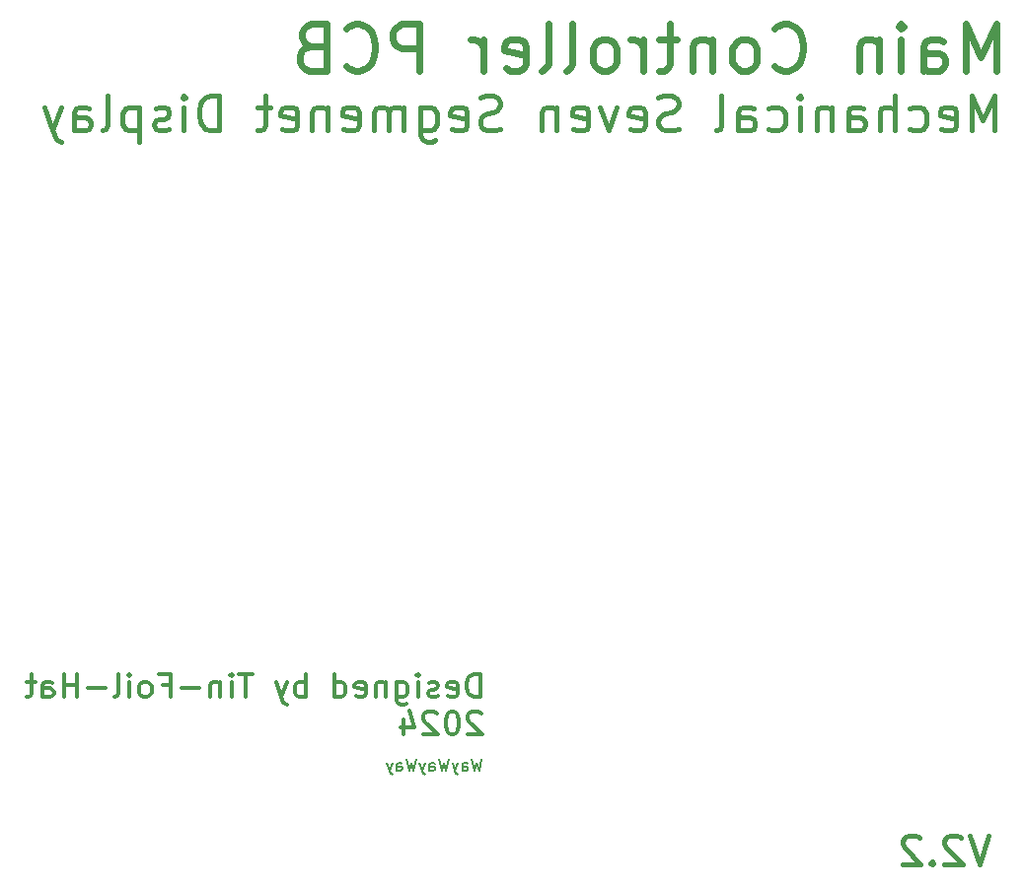
<source format=gbr>
%TF.GenerationSoftware,KiCad,Pcbnew,8.0.3*%
%TF.CreationDate,2024-07-07T19:39:03+08:00*%
%TF.ProjectId,V2.2 Mechanical Seven Segment Controller,56322e32-204d-4656-9368-616e6963616c,4*%
%TF.SameCoordinates,Original*%
%TF.FileFunction,Legend,Bot*%
%TF.FilePolarity,Positive*%
%FSLAX46Y46*%
G04 Gerber Fmt 4.6, Leading zero omitted, Abs format (unit mm)*
G04 Created by KiCad (PCBNEW 8.0.3) date 2024-07-07 19:39:03*
%MOMM*%
%LPD*%
G01*
G04 APERTURE LIST*
%ADD10C,0.200000*%
%ADD11C,0.600000*%
%ADD12C,0.450000*%
%ADD13C,0.300000*%
%ADD14C,0.400000*%
G04 APERTURE END LIST*
D10*
X104975564Y-124117219D02*
X104737469Y-125117219D01*
X104737469Y-125117219D02*
X104546993Y-124402933D01*
X104546993Y-124402933D02*
X104356517Y-125117219D01*
X104356517Y-125117219D02*
X104118422Y-124117219D01*
X103308898Y-125117219D02*
X103308898Y-124593409D01*
X103308898Y-124593409D02*
X103356517Y-124498171D01*
X103356517Y-124498171D02*
X103451755Y-124450552D01*
X103451755Y-124450552D02*
X103642231Y-124450552D01*
X103642231Y-124450552D02*
X103737469Y-124498171D01*
X103308898Y-125069600D02*
X103404136Y-125117219D01*
X103404136Y-125117219D02*
X103642231Y-125117219D01*
X103642231Y-125117219D02*
X103737469Y-125069600D01*
X103737469Y-125069600D02*
X103785088Y-124974361D01*
X103785088Y-124974361D02*
X103785088Y-124879123D01*
X103785088Y-124879123D02*
X103737469Y-124783885D01*
X103737469Y-124783885D02*
X103642231Y-124736266D01*
X103642231Y-124736266D02*
X103404136Y-124736266D01*
X103404136Y-124736266D02*
X103308898Y-124688647D01*
X102927945Y-124450552D02*
X102689850Y-125117219D01*
X102451755Y-124450552D02*
X102689850Y-125117219D01*
X102689850Y-125117219D02*
X102785088Y-125355314D01*
X102785088Y-125355314D02*
X102832707Y-125402933D01*
X102832707Y-125402933D02*
X102927945Y-125450552D01*
X102166040Y-124117219D02*
X101927945Y-125117219D01*
X101927945Y-125117219D02*
X101737469Y-124402933D01*
X101737469Y-124402933D02*
X101546993Y-125117219D01*
X101546993Y-125117219D02*
X101308898Y-124117219D01*
X100499374Y-125117219D02*
X100499374Y-124593409D01*
X100499374Y-124593409D02*
X100546993Y-124498171D01*
X100546993Y-124498171D02*
X100642231Y-124450552D01*
X100642231Y-124450552D02*
X100832707Y-124450552D01*
X100832707Y-124450552D02*
X100927945Y-124498171D01*
X100499374Y-125069600D02*
X100594612Y-125117219D01*
X100594612Y-125117219D02*
X100832707Y-125117219D01*
X100832707Y-125117219D02*
X100927945Y-125069600D01*
X100927945Y-125069600D02*
X100975564Y-124974361D01*
X100975564Y-124974361D02*
X100975564Y-124879123D01*
X100975564Y-124879123D02*
X100927945Y-124783885D01*
X100927945Y-124783885D02*
X100832707Y-124736266D01*
X100832707Y-124736266D02*
X100594612Y-124736266D01*
X100594612Y-124736266D02*
X100499374Y-124688647D01*
X100118421Y-124450552D02*
X99880326Y-125117219D01*
X99642231Y-124450552D02*
X99880326Y-125117219D01*
X99880326Y-125117219D02*
X99975564Y-125355314D01*
X99975564Y-125355314D02*
X100023183Y-125402933D01*
X100023183Y-125402933D02*
X100118421Y-125450552D01*
X99356516Y-124117219D02*
X99118421Y-125117219D01*
X99118421Y-125117219D02*
X98927945Y-124402933D01*
X98927945Y-124402933D02*
X98737469Y-125117219D01*
X98737469Y-125117219D02*
X98499374Y-124117219D01*
X97689850Y-125117219D02*
X97689850Y-124593409D01*
X97689850Y-124593409D02*
X97737469Y-124498171D01*
X97737469Y-124498171D02*
X97832707Y-124450552D01*
X97832707Y-124450552D02*
X98023183Y-124450552D01*
X98023183Y-124450552D02*
X98118421Y-124498171D01*
X97689850Y-125069600D02*
X97785088Y-125117219D01*
X97785088Y-125117219D02*
X98023183Y-125117219D01*
X98023183Y-125117219D02*
X98118421Y-125069600D01*
X98118421Y-125069600D02*
X98166040Y-124974361D01*
X98166040Y-124974361D02*
X98166040Y-124879123D01*
X98166040Y-124879123D02*
X98118421Y-124783885D01*
X98118421Y-124783885D02*
X98023183Y-124736266D01*
X98023183Y-124736266D02*
X97785088Y-124736266D01*
X97785088Y-124736266D02*
X97689850Y-124688647D01*
X97308897Y-124450552D02*
X97070802Y-125117219D01*
X96832707Y-124450552D02*
X97070802Y-125117219D01*
X97070802Y-125117219D02*
X97166040Y-125355314D01*
X97166040Y-125355314D02*
X97213659Y-125402933D01*
X97213659Y-125402933D02*
X97308897Y-125450552D01*
D11*
X149152883Y-64979276D02*
X149152883Y-60979276D01*
X149152883Y-60979276D02*
X147819549Y-63836419D01*
X147819549Y-63836419D02*
X146486216Y-60979276D01*
X146486216Y-60979276D02*
X146486216Y-64979276D01*
X142867168Y-64979276D02*
X142867168Y-62884038D01*
X142867168Y-62884038D02*
X143057644Y-62503085D01*
X143057644Y-62503085D02*
X143438596Y-62312609D01*
X143438596Y-62312609D02*
X144200501Y-62312609D01*
X144200501Y-62312609D02*
X144581454Y-62503085D01*
X142867168Y-64788800D02*
X143248120Y-64979276D01*
X143248120Y-64979276D02*
X144200501Y-64979276D01*
X144200501Y-64979276D02*
X144581454Y-64788800D01*
X144581454Y-64788800D02*
X144771930Y-64407847D01*
X144771930Y-64407847D02*
X144771930Y-64026895D01*
X144771930Y-64026895D02*
X144581454Y-63645942D01*
X144581454Y-63645942D02*
X144200501Y-63455466D01*
X144200501Y-63455466D02*
X143248120Y-63455466D01*
X143248120Y-63455466D02*
X142867168Y-63264990D01*
X140962406Y-64979276D02*
X140962406Y-62312609D01*
X140962406Y-60979276D02*
X141152882Y-61169752D01*
X141152882Y-61169752D02*
X140962406Y-61360228D01*
X140962406Y-61360228D02*
X140771929Y-61169752D01*
X140771929Y-61169752D02*
X140962406Y-60979276D01*
X140962406Y-60979276D02*
X140962406Y-61360228D01*
X139057644Y-62312609D02*
X139057644Y-64979276D01*
X139057644Y-62693561D02*
X138867167Y-62503085D01*
X138867167Y-62503085D02*
X138486215Y-62312609D01*
X138486215Y-62312609D02*
X137914786Y-62312609D01*
X137914786Y-62312609D02*
X137533834Y-62503085D01*
X137533834Y-62503085D02*
X137343358Y-62884038D01*
X137343358Y-62884038D02*
X137343358Y-64979276D01*
X130105262Y-64598323D02*
X130295738Y-64788800D01*
X130295738Y-64788800D02*
X130867167Y-64979276D01*
X130867167Y-64979276D02*
X131248119Y-64979276D01*
X131248119Y-64979276D02*
X131819548Y-64788800D01*
X131819548Y-64788800D02*
X132200500Y-64407847D01*
X132200500Y-64407847D02*
X132390977Y-64026895D01*
X132390977Y-64026895D02*
X132581453Y-63264990D01*
X132581453Y-63264990D02*
X132581453Y-62693561D01*
X132581453Y-62693561D02*
X132390977Y-61931657D01*
X132390977Y-61931657D02*
X132200500Y-61550704D01*
X132200500Y-61550704D02*
X131819548Y-61169752D01*
X131819548Y-61169752D02*
X131248119Y-60979276D01*
X131248119Y-60979276D02*
X130867167Y-60979276D01*
X130867167Y-60979276D02*
X130295738Y-61169752D01*
X130295738Y-61169752D02*
X130105262Y-61360228D01*
X127819548Y-64979276D02*
X128200500Y-64788800D01*
X128200500Y-64788800D02*
X128390977Y-64598323D01*
X128390977Y-64598323D02*
X128581453Y-64217371D01*
X128581453Y-64217371D02*
X128581453Y-63074514D01*
X128581453Y-63074514D02*
X128390977Y-62693561D01*
X128390977Y-62693561D02*
X128200500Y-62503085D01*
X128200500Y-62503085D02*
X127819548Y-62312609D01*
X127819548Y-62312609D02*
X127248119Y-62312609D01*
X127248119Y-62312609D02*
X126867167Y-62503085D01*
X126867167Y-62503085D02*
X126676691Y-62693561D01*
X126676691Y-62693561D02*
X126486215Y-63074514D01*
X126486215Y-63074514D02*
X126486215Y-64217371D01*
X126486215Y-64217371D02*
X126676691Y-64598323D01*
X126676691Y-64598323D02*
X126867167Y-64788800D01*
X126867167Y-64788800D02*
X127248119Y-64979276D01*
X127248119Y-64979276D02*
X127819548Y-64979276D01*
X124771929Y-62312609D02*
X124771929Y-64979276D01*
X124771929Y-62693561D02*
X124581452Y-62503085D01*
X124581452Y-62503085D02*
X124200500Y-62312609D01*
X124200500Y-62312609D02*
X123629071Y-62312609D01*
X123629071Y-62312609D02*
X123248119Y-62503085D01*
X123248119Y-62503085D02*
X123057643Y-62884038D01*
X123057643Y-62884038D02*
X123057643Y-64979276D01*
X121724309Y-62312609D02*
X120200500Y-62312609D01*
X121152881Y-60979276D02*
X121152881Y-64407847D01*
X121152881Y-64407847D02*
X120962404Y-64788800D01*
X120962404Y-64788800D02*
X120581452Y-64979276D01*
X120581452Y-64979276D02*
X120200500Y-64979276D01*
X118867167Y-64979276D02*
X118867167Y-62312609D01*
X118867167Y-63074514D02*
X118676690Y-62693561D01*
X118676690Y-62693561D02*
X118486214Y-62503085D01*
X118486214Y-62503085D02*
X118105262Y-62312609D01*
X118105262Y-62312609D02*
X117724309Y-62312609D01*
X115819548Y-64979276D02*
X116200500Y-64788800D01*
X116200500Y-64788800D02*
X116390977Y-64598323D01*
X116390977Y-64598323D02*
X116581453Y-64217371D01*
X116581453Y-64217371D02*
X116581453Y-63074514D01*
X116581453Y-63074514D02*
X116390977Y-62693561D01*
X116390977Y-62693561D02*
X116200500Y-62503085D01*
X116200500Y-62503085D02*
X115819548Y-62312609D01*
X115819548Y-62312609D02*
X115248119Y-62312609D01*
X115248119Y-62312609D02*
X114867167Y-62503085D01*
X114867167Y-62503085D02*
X114676691Y-62693561D01*
X114676691Y-62693561D02*
X114486215Y-63074514D01*
X114486215Y-63074514D02*
X114486215Y-64217371D01*
X114486215Y-64217371D02*
X114676691Y-64598323D01*
X114676691Y-64598323D02*
X114867167Y-64788800D01*
X114867167Y-64788800D02*
X115248119Y-64979276D01*
X115248119Y-64979276D02*
X115819548Y-64979276D01*
X112200500Y-64979276D02*
X112581452Y-64788800D01*
X112581452Y-64788800D02*
X112771929Y-64407847D01*
X112771929Y-64407847D02*
X112771929Y-60979276D01*
X110105262Y-64979276D02*
X110486214Y-64788800D01*
X110486214Y-64788800D02*
X110676691Y-64407847D01*
X110676691Y-64407847D02*
X110676691Y-60979276D01*
X107057643Y-64788800D02*
X107438595Y-64979276D01*
X107438595Y-64979276D02*
X108200500Y-64979276D01*
X108200500Y-64979276D02*
X108581453Y-64788800D01*
X108581453Y-64788800D02*
X108771929Y-64407847D01*
X108771929Y-64407847D02*
X108771929Y-62884038D01*
X108771929Y-62884038D02*
X108581453Y-62503085D01*
X108581453Y-62503085D02*
X108200500Y-62312609D01*
X108200500Y-62312609D02*
X107438595Y-62312609D01*
X107438595Y-62312609D02*
X107057643Y-62503085D01*
X107057643Y-62503085D02*
X106867167Y-62884038D01*
X106867167Y-62884038D02*
X106867167Y-63264990D01*
X106867167Y-63264990D02*
X108771929Y-63645942D01*
X105152882Y-64979276D02*
X105152882Y-62312609D01*
X105152882Y-63074514D02*
X104962405Y-62693561D01*
X104962405Y-62693561D02*
X104771929Y-62503085D01*
X104771929Y-62503085D02*
X104390977Y-62312609D01*
X104390977Y-62312609D02*
X104010024Y-62312609D01*
X99629073Y-64979276D02*
X99629073Y-60979276D01*
X99629073Y-60979276D02*
X98105263Y-60979276D01*
X98105263Y-60979276D02*
X97724311Y-61169752D01*
X97724311Y-61169752D02*
X97533834Y-61360228D01*
X97533834Y-61360228D02*
X97343358Y-61741180D01*
X97343358Y-61741180D02*
X97343358Y-62312609D01*
X97343358Y-62312609D02*
X97533834Y-62693561D01*
X97533834Y-62693561D02*
X97724311Y-62884038D01*
X97724311Y-62884038D02*
X98105263Y-63074514D01*
X98105263Y-63074514D02*
X99629073Y-63074514D01*
X93343358Y-64598323D02*
X93533834Y-64788800D01*
X93533834Y-64788800D02*
X94105263Y-64979276D01*
X94105263Y-64979276D02*
X94486215Y-64979276D01*
X94486215Y-64979276D02*
X95057644Y-64788800D01*
X95057644Y-64788800D02*
X95438596Y-64407847D01*
X95438596Y-64407847D02*
X95629073Y-64026895D01*
X95629073Y-64026895D02*
X95819549Y-63264990D01*
X95819549Y-63264990D02*
X95819549Y-62693561D01*
X95819549Y-62693561D02*
X95629073Y-61931657D01*
X95629073Y-61931657D02*
X95438596Y-61550704D01*
X95438596Y-61550704D02*
X95057644Y-61169752D01*
X95057644Y-61169752D02*
X94486215Y-60979276D01*
X94486215Y-60979276D02*
X94105263Y-60979276D01*
X94105263Y-60979276D02*
X93533834Y-61169752D01*
X93533834Y-61169752D02*
X93343358Y-61360228D01*
X90295739Y-62884038D02*
X89724311Y-63074514D01*
X89724311Y-63074514D02*
X89533834Y-63264990D01*
X89533834Y-63264990D02*
X89343358Y-63645942D01*
X89343358Y-63645942D02*
X89343358Y-64217371D01*
X89343358Y-64217371D02*
X89533834Y-64598323D01*
X89533834Y-64598323D02*
X89724311Y-64788800D01*
X89724311Y-64788800D02*
X90105263Y-64979276D01*
X90105263Y-64979276D02*
X91629073Y-64979276D01*
X91629073Y-64979276D02*
X91629073Y-60979276D01*
X91629073Y-60979276D02*
X90295739Y-60979276D01*
X90295739Y-60979276D02*
X89914787Y-61169752D01*
X89914787Y-61169752D02*
X89724311Y-61360228D01*
X89724311Y-61360228D02*
X89533834Y-61741180D01*
X89533834Y-61741180D02*
X89533834Y-62122133D01*
X89533834Y-62122133D02*
X89724311Y-62503085D01*
X89724311Y-62503085D02*
X89914787Y-62693561D01*
X89914787Y-62693561D02*
X90295739Y-62884038D01*
X90295739Y-62884038D02*
X91629073Y-62884038D01*
D12*
X148989662Y-70109457D02*
X148989662Y-67109457D01*
X148989662Y-67109457D02*
X147989662Y-69252314D01*
X147989662Y-69252314D02*
X146989662Y-67109457D01*
X146989662Y-67109457D02*
X146989662Y-70109457D01*
X144418234Y-69966600D02*
X144703948Y-70109457D01*
X144703948Y-70109457D02*
X145275377Y-70109457D01*
X145275377Y-70109457D02*
X145561091Y-69966600D01*
X145561091Y-69966600D02*
X145703948Y-69680885D01*
X145703948Y-69680885D02*
X145703948Y-68538028D01*
X145703948Y-68538028D02*
X145561091Y-68252314D01*
X145561091Y-68252314D02*
X145275377Y-68109457D01*
X145275377Y-68109457D02*
X144703948Y-68109457D01*
X144703948Y-68109457D02*
X144418234Y-68252314D01*
X144418234Y-68252314D02*
X144275377Y-68538028D01*
X144275377Y-68538028D02*
X144275377Y-68823742D01*
X144275377Y-68823742D02*
X145703948Y-69109457D01*
X141703948Y-69966600D02*
X141989662Y-70109457D01*
X141989662Y-70109457D02*
X142561090Y-70109457D01*
X142561090Y-70109457D02*
X142846805Y-69966600D01*
X142846805Y-69966600D02*
X142989662Y-69823742D01*
X142989662Y-69823742D02*
X143132519Y-69538028D01*
X143132519Y-69538028D02*
X143132519Y-68680885D01*
X143132519Y-68680885D02*
X142989662Y-68395171D01*
X142989662Y-68395171D02*
X142846805Y-68252314D01*
X142846805Y-68252314D02*
X142561090Y-68109457D01*
X142561090Y-68109457D02*
X141989662Y-68109457D01*
X141989662Y-68109457D02*
X141703948Y-68252314D01*
X140418233Y-70109457D02*
X140418233Y-67109457D01*
X139132519Y-70109457D02*
X139132519Y-68538028D01*
X139132519Y-68538028D02*
X139275376Y-68252314D01*
X139275376Y-68252314D02*
X139561090Y-68109457D01*
X139561090Y-68109457D02*
X139989661Y-68109457D01*
X139989661Y-68109457D02*
X140275376Y-68252314D01*
X140275376Y-68252314D02*
X140418233Y-68395171D01*
X136418233Y-70109457D02*
X136418233Y-68538028D01*
X136418233Y-68538028D02*
X136561090Y-68252314D01*
X136561090Y-68252314D02*
X136846804Y-68109457D01*
X136846804Y-68109457D02*
X137418233Y-68109457D01*
X137418233Y-68109457D02*
X137703947Y-68252314D01*
X136418233Y-69966600D02*
X136703947Y-70109457D01*
X136703947Y-70109457D02*
X137418233Y-70109457D01*
X137418233Y-70109457D02*
X137703947Y-69966600D01*
X137703947Y-69966600D02*
X137846804Y-69680885D01*
X137846804Y-69680885D02*
X137846804Y-69395171D01*
X137846804Y-69395171D02*
X137703947Y-69109457D01*
X137703947Y-69109457D02*
X137418233Y-68966600D01*
X137418233Y-68966600D02*
X136703947Y-68966600D01*
X136703947Y-68966600D02*
X136418233Y-68823742D01*
X134989661Y-68109457D02*
X134989661Y-70109457D01*
X134989661Y-68395171D02*
X134846804Y-68252314D01*
X134846804Y-68252314D02*
X134561089Y-68109457D01*
X134561089Y-68109457D02*
X134132518Y-68109457D01*
X134132518Y-68109457D02*
X133846804Y-68252314D01*
X133846804Y-68252314D02*
X133703947Y-68538028D01*
X133703947Y-68538028D02*
X133703947Y-70109457D01*
X132275375Y-70109457D02*
X132275375Y-68109457D01*
X132275375Y-67109457D02*
X132418232Y-67252314D01*
X132418232Y-67252314D02*
X132275375Y-67395171D01*
X132275375Y-67395171D02*
X132132518Y-67252314D01*
X132132518Y-67252314D02*
X132275375Y-67109457D01*
X132275375Y-67109457D02*
X132275375Y-67395171D01*
X129561090Y-69966600D02*
X129846804Y-70109457D01*
X129846804Y-70109457D02*
X130418232Y-70109457D01*
X130418232Y-70109457D02*
X130703947Y-69966600D01*
X130703947Y-69966600D02*
X130846804Y-69823742D01*
X130846804Y-69823742D02*
X130989661Y-69538028D01*
X130989661Y-69538028D02*
X130989661Y-68680885D01*
X130989661Y-68680885D02*
X130846804Y-68395171D01*
X130846804Y-68395171D02*
X130703947Y-68252314D01*
X130703947Y-68252314D02*
X130418232Y-68109457D01*
X130418232Y-68109457D02*
X129846804Y-68109457D01*
X129846804Y-68109457D02*
X129561090Y-68252314D01*
X126989661Y-70109457D02*
X126989661Y-68538028D01*
X126989661Y-68538028D02*
X127132518Y-68252314D01*
X127132518Y-68252314D02*
X127418232Y-68109457D01*
X127418232Y-68109457D02*
X127989661Y-68109457D01*
X127989661Y-68109457D02*
X128275375Y-68252314D01*
X126989661Y-69966600D02*
X127275375Y-70109457D01*
X127275375Y-70109457D02*
X127989661Y-70109457D01*
X127989661Y-70109457D02*
X128275375Y-69966600D01*
X128275375Y-69966600D02*
X128418232Y-69680885D01*
X128418232Y-69680885D02*
X128418232Y-69395171D01*
X128418232Y-69395171D02*
X128275375Y-69109457D01*
X128275375Y-69109457D02*
X127989661Y-68966600D01*
X127989661Y-68966600D02*
X127275375Y-68966600D01*
X127275375Y-68966600D02*
X126989661Y-68823742D01*
X125132517Y-70109457D02*
X125418232Y-69966600D01*
X125418232Y-69966600D02*
X125561089Y-69680885D01*
X125561089Y-69680885D02*
X125561089Y-67109457D01*
X121846803Y-69966600D02*
X121418232Y-70109457D01*
X121418232Y-70109457D02*
X120703946Y-70109457D01*
X120703946Y-70109457D02*
X120418232Y-69966600D01*
X120418232Y-69966600D02*
X120275374Y-69823742D01*
X120275374Y-69823742D02*
X120132517Y-69538028D01*
X120132517Y-69538028D02*
X120132517Y-69252314D01*
X120132517Y-69252314D02*
X120275374Y-68966600D01*
X120275374Y-68966600D02*
X120418232Y-68823742D01*
X120418232Y-68823742D02*
X120703946Y-68680885D01*
X120703946Y-68680885D02*
X121275374Y-68538028D01*
X121275374Y-68538028D02*
X121561089Y-68395171D01*
X121561089Y-68395171D02*
X121703946Y-68252314D01*
X121703946Y-68252314D02*
X121846803Y-67966600D01*
X121846803Y-67966600D02*
X121846803Y-67680885D01*
X121846803Y-67680885D02*
X121703946Y-67395171D01*
X121703946Y-67395171D02*
X121561089Y-67252314D01*
X121561089Y-67252314D02*
X121275374Y-67109457D01*
X121275374Y-67109457D02*
X120561089Y-67109457D01*
X120561089Y-67109457D02*
X120132517Y-67252314D01*
X117703946Y-69966600D02*
X117989660Y-70109457D01*
X117989660Y-70109457D02*
X118561089Y-70109457D01*
X118561089Y-70109457D02*
X118846803Y-69966600D01*
X118846803Y-69966600D02*
X118989660Y-69680885D01*
X118989660Y-69680885D02*
X118989660Y-68538028D01*
X118989660Y-68538028D02*
X118846803Y-68252314D01*
X118846803Y-68252314D02*
X118561089Y-68109457D01*
X118561089Y-68109457D02*
X117989660Y-68109457D01*
X117989660Y-68109457D02*
X117703946Y-68252314D01*
X117703946Y-68252314D02*
X117561089Y-68538028D01*
X117561089Y-68538028D02*
X117561089Y-68823742D01*
X117561089Y-68823742D02*
X118989660Y-69109457D01*
X116561088Y-68109457D02*
X115846802Y-70109457D01*
X115846802Y-70109457D02*
X115132517Y-68109457D01*
X112846803Y-69966600D02*
X113132517Y-70109457D01*
X113132517Y-70109457D02*
X113703946Y-70109457D01*
X113703946Y-70109457D02*
X113989660Y-69966600D01*
X113989660Y-69966600D02*
X114132517Y-69680885D01*
X114132517Y-69680885D02*
X114132517Y-68538028D01*
X114132517Y-68538028D02*
X113989660Y-68252314D01*
X113989660Y-68252314D02*
X113703946Y-68109457D01*
X113703946Y-68109457D02*
X113132517Y-68109457D01*
X113132517Y-68109457D02*
X112846803Y-68252314D01*
X112846803Y-68252314D02*
X112703946Y-68538028D01*
X112703946Y-68538028D02*
X112703946Y-68823742D01*
X112703946Y-68823742D02*
X114132517Y-69109457D01*
X111418231Y-68109457D02*
X111418231Y-70109457D01*
X111418231Y-68395171D02*
X111275374Y-68252314D01*
X111275374Y-68252314D02*
X110989659Y-68109457D01*
X110989659Y-68109457D02*
X110561088Y-68109457D01*
X110561088Y-68109457D02*
X110275374Y-68252314D01*
X110275374Y-68252314D02*
X110132517Y-68538028D01*
X110132517Y-68538028D02*
X110132517Y-70109457D01*
X106561088Y-69966600D02*
X106132517Y-70109457D01*
X106132517Y-70109457D02*
X105418231Y-70109457D01*
X105418231Y-70109457D02*
X105132517Y-69966600D01*
X105132517Y-69966600D02*
X104989659Y-69823742D01*
X104989659Y-69823742D02*
X104846802Y-69538028D01*
X104846802Y-69538028D02*
X104846802Y-69252314D01*
X104846802Y-69252314D02*
X104989659Y-68966600D01*
X104989659Y-68966600D02*
X105132517Y-68823742D01*
X105132517Y-68823742D02*
X105418231Y-68680885D01*
X105418231Y-68680885D02*
X105989659Y-68538028D01*
X105989659Y-68538028D02*
X106275374Y-68395171D01*
X106275374Y-68395171D02*
X106418231Y-68252314D01*
X106418231Y-68252314D02*
X106561088Y-67966600D01*
X106561088Y-67966600D02*
X106561088Y-67680885D01*
X106561088Y-67680885D02*
X106418231Y-67395171D01*
X106418231Y-67395171D02*
X106275374Y-67252314D01*
X106275374Y-67252314D02*
X105989659Y-67109457D01*
X105989659Y-67109457D02*
X105275374Y-67109457D01*
X105275374Y-67109457D02*
X104846802Y-67252314D01*
X102418231Y-69966600D02*
X102703945Y-70109457D01*
X102703945Y-70109457D02*
X103275374Y-70109457D01*
X103275374Y-70109457D02*
X103561088Y-69966600D01*
X103561088Y-69966600D02*
X103703945Y-69680885D01*
X103703945Y-69680885D02*
X103703945Y-68538028D01*
X103703945Y-68538028D02*
X103561088Y-68252314D01*
X103561088Y-68252314D02*
X103275374Y-68109457D01*
X103275374Y-68109457D02*
X102703945Y-68109457D01*
X102703945Y-68109457D02*
X102418231Y-68252314D01*
X102418231Y-68252314D02*
X102275374Y-68538028D01*
X102275374Y-68538028D02*
X102275374Y-68823742D01*
X102275374Y-68823742D02*
X103703945Y-69109457D01*
X99703945Y-68109457D02*
X99703945Y-70538028D01*
X99703945Y-70538028D02*
X99846802Y-70823742D01*
X99846802Y-70823742D02*
X99989659Y-70966600D01*
X99989659Y-70966600D02*
X100275373Y-71109457D01*
X100275373Y-71109457D02*
X100703945Y-71109457D01*
X100703945Y-71109457D02*
X100989659Y-70966600D01*
X99703945Y-69966600D02*
X99989659Y-70109457D01*
X99989659Y-70109457D02*
X100561087Y-70109457D01*
X100561087Y-70109457D02*
X100846802Y-69966600D01*
X100846802Y-69966600D02*
X100989659Y-69823742D01*
X100989659Y-69823742D02*
X101132516Y-69538028D01*
X101132516Y-69538028D02*
X101132516Y-68680885D01*
X101132516Y-68680885D02*
X100989659Y-68395171D01*
X100989659Y-68395171D02*
X100846802Y-68252314D01*
X100846802Y-68252314D02*
X100561087Y-68109457D01*
X100561087Y-68109457D02*
X99989659Y-68109457D01*
X99989659Y-68109457D02*
X99703945Y-68252314D01*
X98275373Y-70109457D02*
X98275373Y-68109457D01*
X98275373Y-68395171D02*
X98132516Y-68252314D01*
X98132516Y-68252314D02*
X97846801Y-68109457D01*
X97846801Y-68109457D02*
X97418230Y-68109457D01*
X97418230Y-68109457D02*
X97132516Y-68252314D01*
X97132516Y-68252314D02*
X96989659Y-68538028D01*
X96989659Y-68538028D02*
X96989659Y-70109457D01*
X96989659Y-68538028D02*
X96846801Y-68252314D01*
X96846801Y-68252314D02*
X96561087Y-68109457D01*
X96561087Y-68109457D02*
X96132516Y-68109457D01*
X96132516Y-68109457D02*
X95846801Y-68252314D01*
X95846801Y-68252314D02*
X95703944Y-68538028D01*
X95703944Y-68538028D02*
X95703944Y-70109457D01*
X93132516Y-69966600D02*
X93418230Y-70109457D01*
X93418230Y-70109457D02*
X93989659Y-70109457D01*
X93989659Y-70109457D02*
X94275373Y-69966600D01*
X94275373Y-69966600D02*
X94418230Y-69680885D01*
X94418230Y-69680885D02*
X94418230Y-68538028D01*
X94418230Y-68538028D02*
X94275373Y-68252314D01*
X94275373Y-68252314D02*
X93989659Y-68109457D01*
X93989659Y-68109457D02*
X93418230Y-68109457D01*
X93418230Y-68109457D02*
X93132516Y-68252314D01*
X93132516Y-68252314D02*
X92989659Y-68538028D01*
X92989659Y-68538028D02*
X92989659Y-68823742D01*
X92989659Y-68823742D02*
X94418230Y-69109457D01*
X91703944Y-68109457D02*
X91703944Y-70109457D01*
X91703944Y-68395171D02*
X91561087Y-68252314D01*
X91561087Y-68252314D02*
X91275372Y-68109457D01*
X91275372Y-68109457D02*
X90846801Y-68109457D01*
X90846801Y-68109457D02*
X90561087Y-68252314D01*
X90561087Y-68252314D02*
X90418230Y-68538028D01*
X90418230Y-68538028D02*
X90418230Y-70109457D01*
X87846801Y-69966600D02*
X88132515Y-70109457D01*
X88132515Y-70109457D02*
X88703944Y-70109457D01*
X88703944Y-70109457D02*
X88989658Y-69966600D01*
X88989658Y-69966600D02*
X89132515Y-69680885D01*
X89132515Y-69680885D02*
X89132515Y-68538028D01*
X89132515Y-68538028D02*
X88989658Y-68252314D01*
X88989658Y-68252314D02*
X88703944Y-68109457D01*
X88703944Y-68109457D02*
X88132515Y-68109457D01*
X88132515Y-68109457D02*
X87846801Y-68252314D01*
X87846801Y-68252314D02*
X87703944Y-68538028D01*
X87703944Y-68538028D02*
X87703944Y-68823742D01*
X87703944Y-68823742D02*
X89132515Y-69109457D01*
X86846800Y-68109457D02*
X85703943Y-68109457D01*
X86418229Y-67109457D02*
X86418229Y-69680885D01*
X86418229Y-69680885D02*
X86275372Y-69966600D01*
X86275372Y-69966600D02*
X85989657Y-70109457D01*
X85989657Y-70109457D02*
X85703943Y-70109457D01*
X82418229Y-70109457D02*
X82418229Y-67109457D01*
X82418229Y-67109457D02*
X81703943Y-67109457D01*
X81703943Y-67109457D02*
X81275372Y-67252314D01*
X81275372Y-67252314D02*
X80989657Y-67538028D01*
X80989657Y-67538028D02*
X80846800Y-67823742D01*
X80846800Y-67823742D02*
X80703943Y-68395171D01*
X80703943Y-68395171D02*
X80703943Y-68823742D01*
X80703943Y-68823742D02*
X80846800Y-69395171D01*
X80846800Y-69395171D02*
X80989657Y-69680885D01*
X80989657Y-69680885D02*
X81275372Y-69966600D01*
X81275372Y-69966600D02*
X81703943Y-70109457D01*
X81703943Y-70109457D02*
X82418229Y-70109457D01*
X79418229Y-70109457D02*
X79418229Y-68109457D01*
X79418229Y-67109457D02*
X79561086Y-67252314D01*
X79561086Y-67252314D02*
X79418229Y-67395171D01*
X79418229Y-67395171D02*
X79275372Y-67252314D01*
X79275372Y-67252314D02*
X79418229Y-67109457D01*
X79418229Y-67109457D02*
X79418229Y-67395171D01*
X78132515Y-69966600D02*
X77846801Y-70109457D01*
X77846801Y-70109457D02*
X77275372Y-70109457D01*
X77275372Y-70109457D02*
X76989658Y-69966600D01*
X76989658Y-69966600D02*
X76846801Y-69680885D01*
X76846801Y-69680885D02*
X76846801Y-69538028D01*
X76846801Y-69538028D02*
X76989658Y-69252314D01*
X76989658Y-69252314D02*
X77275372Y-69109457D01*
X77275372Y-69109457D02*
X77703944Y-69109457D01*
X77703944Y-69109457D02*
X77989658Y-68966600D01*
X77989658Y-68966600D02*
X78132515Y-68680885D01*
X78132515Y-68680885D02*
X78132515Y-68538028D01*
X78132515Y-68538028D02*
X77989658Y-68252314D01*
X77989658Y-68252314D02*
X77703944Y-68109457D01*
X77703944Y-68109457D02*
X77275372Y-68109457D01*
X77275372Y-68109457D02*
X76989658Y-68252314D01*
X75561087Y-68109457D02*
X75561087Y-71109457D01*
X75561087Y-68252314D02*
X75275373Y-68109457D01*
X75275373Y-68109457D02*
X74703944Y-68109457D01*
X74703944Y-68109457D02*
X74418230Y-68252314D01*
X74418230Y-68252314D02*
X74275373Y-68395171D01*
X74275373Y-68395171D02*
X74132515Y-68680885D01*
X74132515Y-68680885D02*
X74132515Y-69538028D01*
X74132515Y-69538028D02*
X74275373Y-69823742D01*
X74275373Y-69823742D02*
X74418230Y-69966600D01*
X74418230Y-69966600D02*
X74703944Y-70109457D01*
X74703944Y-70109457D02*
X75275373Y-70109457D01*
X75275373Y-70109457D02*
X75561087Y-69966600D01*
X72418229Y-70109457D02*
X72703944Y-69966600D01*
X72703944Y-69966600D02*
X72846801Y-69680885D01*
X72846801Y-69680885D02*
X72846801Y-67109457D01*
X69989658Y-70109457D02*
X69989658Y-68538028D01*
X69989658Y-68538028D02*
X70132515Y-68252314D01*
X70132515Y-68252314D02*
X70418229Y-68109457D01*
X70418229Y-68109457D02*
X70989658Y-68109457D01*
X70989658Y-68109457D02*
X71275372Y-68252314D01*
X69989658Y-69966600D02*
X70275372Y-70109457D01*
X70275372Y-70109457D02*
X70989658Y-70109457D01*
X70989658Y-70109457D02*
X71275372Y-69966600D01*
X71275372Y-69966600D02*
X71418229Y-69680885D01*
X71418229Y-69680885D02*
X71418229Y-69395171D01*
X71418229Y-69395171D02*
X71275372Y-69109457D01*
X71275372Y-69109457D02*
X70989658Y-68966600D01*
X70989658Y-68966600D02*
X70275372Y-68966600D01*
X70275372Y-68966600D02*
X69989658Y-68823742D01*
X68846800Y-68109457D02*
X68132514Y-70109457D01*
X67418229Y-68109457D02*
X68132514Y-70109457D01*
X68132514Y-70109457D02*
X68418229Y-70823742D01*
X68418229Y-70823742D02*
X68561086Y-70966600D01*
X68561086Y-70966600D02*
X68846800Y-71109457D01*
D13*
X104826441Y-118799694D02*
X104826441Y-116799694D01*
X104826441Y-116799694D02*
X104350251Y-116799694D01*
X104350251Y-116799694D02*
X104064536Y-116894932D01*
X104064536Y-116894932D02*
X103874060Y-117085408D01*
X103874060Y-117085408D02*
X103778822Y-117275884D01*
X103778822Y-117275884D02*
X103683584Y-117656836D01*
X103683584Y-117656836D02*
X103683584Y-117942551D01*
X103683584Y-117942551D02*
X103778822Y-118323503D01*
X103778822Y-118323503D02*
X103874060Y-118513979D01*
X103874060Y-118513979D02*
X104064536Y-118704456D01*
X104064536Y-118704456D02*
X104350251Y-118799694D01*
X104350251Y-118799694D02*
X104826441Y-118799694D01*
X102064536Y-118704456D02*
X102255012Y-118799694D01*
X102255012Y-118799694D02*
X102635965Y-118799694D01*
X102635965Y-118799694D02*
X102826441Y-118704456D01*
X102826441Y-118704456D02*
X102921679Y-118513979D01*
X102921679Y-118513979D02*
X102921679Y-117752075D01*
X102921679Y-117752075D02*
X102826441Y-117561598D01*
X102826441Y-117561598D02*
X102635965Y-117466360D01*
X102635965Y-117466360D02*
X102255012Y-117466360D01*
X102255012Y-117466360D02*
X102064536Y-117561598D01*
X102064536Y-117561598D02*
X101969298Y-117752075D01*
X101969298Y-117752075D02*
X101969298Y-117942551D01*
X101969298Y-117942551D02*
X102921679Y-118133027D01*
X101207393Y-118704456D02*
X101016917Y-118799694D01*
X101016917Y-118799694D02*
X100635965Y-118799694D01*
X100635965Y-118799694D02*
X100445488Y-118704456D01*
X100445488Y-118704456D02*
X100350250Y-118513979D01*
X100350250Y-118513979D02*
X100350250Y-118418741D01*
X100350250Y-118418741D02*
X100445488Y-118228265D01*
X100445488Y-118228265D02*
X100635965Y-118133027D01*
X100635965Y-118133027D02*
X100921679Y-118133027D01*
X100921679Y-118133027D02*
X101112155Y-118037789D01*
X101112155Y-118037789D02*
X101207393Y-117847313D01*
X101207393Y-117847313D02*
X101207393Y-117752075D01*
X101207393Y-117752075D02*
X101112155Y-117561598D01*
X101112155Y-117561598D02*
X100921679Y-117466360D01*
X100921679Y-117466360D02*
X100635965Y-117466360D01*
X100635965Y-117466360D02*
X100445488Y-117561598D01*
X99493107Y-118799694D02*
X99493107Y-117466360D01*
X99493107Y-116799694D02*
X99588345Y-116894932D01*
X99588345Y-116894932D02*
X99493107Y-116990170D01*
X99493107Y-116990170D02*
X99397869Y-116894932D01*
X99397869Y-116894932D02*
X99493107Y-116799694D01*
X99493107Y-116799694D02*
X99493107Y-116990170D01*
X97683583Y-117466360D02*
X97683583Y-119085408D01*
X97683583Y-119085408D02*
X97778821Y-119275884D01*
X97778821Y-119275884D02*
X97874059Y-119371122D01*
X97874059Y-119371122D02*
X98064536Y-119466360D01*
X98064536Y-119466360D02*
X98350250Y-119466360D01*
X98350250Y-119466360D02*
X98540726Y-119371122D01*
X97683583Y-118704456D02*
X97874059Y-118799694D01*
X97874059Y-118799694D02*
X98255012Y-118799694D01*
X98255012Y-118799694D02*
X98445488Y-118704456D01*
X98445488Y-118704456D02*
X98540726Y-118609217D01*
X98540726Y-118609217D02*
X98635964Y-118418741D01*
X98635964Y-118418741D02*
X98635964Y-117847313D01*
X98635964Y-117847313D02*
X98540726Y-117656836D01*
X98540726Y-117656836D02*
X98445488Y-117561598D01*
X98445488Y-117561598D02*
X98255012Y-117466360D01*
X98255012Y-117466360D02*
X97874059Y-117466360D01*
X97874059Y-117466360D02*
X97683583Y-117561598D01*
X96731202Y-117466360D02*
X96731202Y-118799694D01*
X96731202Y-117656836D02*
X96635964Y-117561598D01*
X96635964Y-117561598D02*
X96445488Y-117466360D01*
X96445488Y-117466360D02*
X96159773Y-117466360D01*
X96159773Y-117466360D02*
X95969297Y-117561598D01*
X95969297Y-117561598D02*
X95874059Y-117752075D01*
X95874059Y-117752075D02*
X95874059Y-118799694D01*
X94159773Y-118704456D02*
X94350249Y-118799694D01*
X94350249Y-118799694D02*
X94731202Y-118799694D01*
X94731202Y-118799694D02*
X94921678Y-118704456D01*
X94921678Y-118704456D02*
X95016916Y-118513979D01*
X95016916Y-118513979D02*
X95016916Y-117752075D01*
X95016916Y-117752075D02*
X94921678Y-117561598D01*
X94921678Y-117561598D02*
X94731202Y-117466360D01*
X94731202Y-117466360D02*
X94350249Y-117466360D01*
X94350249Y-117466360D02*
X94159773Y-117561598D01*
X94159773Y-117561598D02*
X94064535Y-117752075D01*
X94064535Y-117752075D02*
X94064535Y-117942551D01*
X94064535Y-117942551D02*
X95016916Y-118133027D01*
X92350249Y-118799694D02*
X92350249Y-116799694D01*
X92350249Y-118704456D02*
X92540725Y-118799694D01*
X92540725Y-118799694D02*
X92921678Y-118799694D01*
X92921678Y-118799694D02*
X93112154Y-118704456D01*
X93112154Y-118704456D02*
X93207392Y-118609217D01*
X93207392Y-118609217D02*
X93302630Y-118418741D01*
X93302630Y-118418741D02*
X93302630Y-117847313D01*
X93302630Y-117847313D02*
X93207392Y-117656836D01*
X93207392Y-117656836D02*
X93112154Y-117561598D01*
X93112154Y-117561598D02*
X92921678Y-117466360D01*
X92921678Y-117466360D02*
X92540725Y-117466360D01*
X92540725Y-117466360D02*
X92350249Y-117561598D01*
X89874058Y-118799694D02*
X89874058Y-116799694D01*
X89874058Y-117561598D02*
X89683582Y-117466360D01*
X89683582Y-117466360D02*
X89302629Y-117466360D01*
X89302629Y-117466360D02*
X89112153Y-117561598D01*
X89112153Y-117561598D02*
X89016915Y-117656836D01*
X89016915Y-117656836D02*
X88921677Y-117847313D01*
X88921677Y-117847313D02*
X88921677Y-118418741D01*
X88921677Y-118418741D02*
X89016915Y-118609217D01*
X89016915Y-118609217D02*
X89112153Y-118704456D01*
X89112153Y-118704456D02*
X89302629Y-118799694D01*
X89302629Y-118799694D02*
X89683582Y-118799694D01*
X89683582Y-118799694D02*
X89874058Y-118704456D01*
X88255010Y-117466360D02*
X87778820Y-118799694D01*
X87302629Y-117466360D02*
X87778820Y-118799694D01*
X87778820Y-118799694D02*
X87969296Y-119275884D01*
X87969296Y-119275884D02*
X88064534Y-119371122D01*
X88064534Y-119371122D02*
X88255010Y-119466360D01*
X85302628Y-116799694D02*
X84159771Y-116799694D01*
X84731200Y-118799694D02*
X84731200Y-116799694D01*
X83493104Y-118799694D02*
X83493104Y-117466360D01*
X83493104Y-116799694D02*
X83588342Y-116894932D01*
X83588342Y-116894932D02*
X83493104Y-116990170D01*
X83493104Y-116990170D02*
X83397866Y-116894932D01*
X83397866Y-116894932D02*
X83493104Y-116799694D01*
X83493104Y-116799694D02*
X83493104Y-116990170D01*
X82540723Y-117466360D02*
X82540723Y-118799694D01*
X82540723Y-117656836D02*
X82445485Y-117561598D01*
X82445485Y-117561598D02*
X82255009Y-117466360D01*
X82255009Y-117466360D02*
X81969294Y-117466360D01*
X81969294Y-117466360D02*
X81778818Y-117561598D01*
X81778818Y-117561598D02*
X81683580Y-117752075D01*
X81683580Y-117752075D02*
X81683580Y-118799694D01*
X80731199Y-118037789D02*
X79207390Y-118037789D01*
X77588342Y-117752075D02*
X78255009Y-117752075D01*
X78255009Y-118799694D02*
X78255009Y-116799694D01*
X78255009Y-116799694D02*
X77302628Y-116799694D01*
X76255009Y-118799694D02*
X76445485Y-118704456D01*
X76445485Y-118704456D02*
X76540723Y-118609217D01*
X76540723Y-118609217D02*
X76635961Y-118418741D01*
X76635961Y-118418741D02*
X76635961Y-117847313D01*
X76635961Y-117847313D02*
X76540723Y-117656836D01*
X76540723Y-117656836D02*
X76445485Y-117561598D01*
X76445485Y-117561598D02*
X76255009Y-117466360D01*
X76255009Y-117466360D02*
X75969294Y-117466360D01*
X75969294Y-117466360D02*
X75778818Y-117561598D01*
X75778818Y-117561598D02*
X75683580Y-117656836D01*
X75683580Y-117656836D02*
X75588342Y-117847313D01*
X75588342Y-117847313D02*
X75588342Y-118418741D01*
X75588342Y-118418741D02*
X75683580Y-118609217D01*
X75683580Y-118609217D02*
X75778818Y-118704456D01*
X75778818Y-118704456D02*
X75969294Y-118799694D01*
X75969294Y-118799694D02*
X76255009Y-118799694D01*
X74731199Y-118799694D02*
X74731199Y-117466360D01*
X74731199Y-116799694D02*
X74826437Y-116894932D01*
X74826437Y-116894932D02*
X74731199Y-116990170D01*
X74731199Y-116990170D02*
X74635961Y-116894932D01*
X74635961Y-116894932D02*
X74731199Y-116799694D01*
X74731199Y-116799694D02*
X74731199Y-116990170D01*
X73493104Y-118799694D02*
X73683580Y-118704456D01*
X73683580Y-118704456D02*
X73778818Y-118513979D01*
X73778818Y-118513979D02*
X73778818Y-116799694D01*
X72731199Y-118037789D02*
X71207390Y-118037789D01*
X70255009Y-118799694D02*
X70255009Y-116799694D01*
X70255009Y-117752075D02*
X69112152Y-117752075D01*
X69112152Y-118799694D02*
X69112152Y-116799694D01*
X67302628Y-118799694D02*
X67302628Y-117752075D01*
X67302628Y-117752075D02*
X67397866Y-117561598D01*
X67397866Y-117561598D02*
X67588342Y-117466360D01*
X67588342Y-117466360D02*
X67969295Y-117466360D01*
X67969295Y-117466360D02*
X68159771Y-117561598D01*
X67302628Y-118704456D02*
X67493104Y-118799694D01*
X67493104Y-118799694D02*
X67969295Y-118799694D01*
X67969295Y-118799694D02*
X68159771Y-118704456D01*
X68159771Y-118704456D02*
X68255009Y-118513979D01*
X68255009Y-118513979D02*
X68255009Y-118323503D01*
X68255009Y-118323503D02*
X68159771Y-118133027D01*
X68159771Y-118133027D02*
X67969295Y-118037789D01*
X67969295Y-118037789D02*
X67493104Y-118037789D01*
X67493104Y-118037789D02*
X67302628Y-117942551D01*
X66635961Y-117466360D02*
X65874057Y-117466360D01*
X66350247Y-116799694D02*
X66350247Y-118513979D01*
X66350247Y-118513979D02*
X66255009Y-118704456D01*
X66255009Y-118704456D02*
X66064533Y-118799694D01*
X66064533Y-118799694D02*
X65874057Y-118799694D01*
X104921679Y-120210058D02*
X104826441Y-120114820D01*
X104826441Y-120114820D02*
X104635965Y-120019582D01*
X104635965Y-120019582D02*
X104159774Y-120019582D01*
X104159774Y-120019582D02*
X103969298Y-120114820D01*
X103969298Y-120114820D02*
X103874060Y-120210058D01*
X103874060Y-120210058D02*
X103778822Y-120400534D01*
X103778822Y-120400534D02*
X103778822Y-120591010D01*
X103778822Y-120591010D02*
X103874060Y-120876724D01*
X103874060Y-120876724D02*
X105016917Y-122019582D01*
X105016917Y-122019582D02*
X103778822Y-122019582D01*
X102540727Y-120019582D02*
X102350250Y-120019582D01*
X102350250Y-120019582D02*
X102159774Y-120114820D01*
X102159774Y-120114820D02*
X102064536Y-120210058D01*
X102064536Y-120210058D02*
X101969298Y-120400534D01*
X101969298Y-120400534D02*
X101874060Y-120781486D01*
X101874060Y-120781486D02*
X101874060Y-121257677D01*
X101874060Y-121257677D02*
X101969298Y-121638629D01*
X101969298Y-121638629D02*
X102064536Y-121829105D01*
X102064536Y-121829105D02*
X102159774Y-121924344D01*
X102159774Y-121924344D02*
X102350250Y-122019582D01*
X102350250Y-122019582D02*
X102540727Y-122019582D01*
X102540727Y-122019582D02*
X102731203Y-121924344D01*
X102731203Y-121924344D02*
X102826441Y-121829105D01*
X102826441Y-121829105D02*
X102921679Y-121638629D01*
X102921679Y-121638629D02*
X103016917Y-121257677D01*
X103016917Y-121257677D02*
X103016917Y-120781486D01*
X103016917Y-120781486D02*
X102921679Y-120400534D01*
X102921679Y-120400534D02*
X102826441Y-120210058D01*
X102826441Y-120210058D02*
X102731203Y-120114820D01*
X102731203Y-120114820D02*
X102540727Y-120019582D01*
X101112155Y-120210058D02*
X101016917Y-120114820D01*
X101016917Y-120114820D02*
X100826441Y-120019582D01*
X100826441Y-120019582D02*
X100350250Y-120019582D01*
X100350250Y-120019582D02*
X100159774Y-120114820D01*
X100159774Y-120114820D02*
X100064536Y-120210058D01*
X100064536Y-120210058D02*
X99969298Y-120400534D01*
X99969298Y-120400534D02*
X99969298Y-120591010D01*
X99969298Y-120591010D02*
X100064536Y-120876724D01*
X100064536Y-120876724D02*
X101207393Y-122019582D01*
X101207393Y-122019582D02*
X99969298Y-122019582D01*
X98255012Y-120686248D02*
X98255012Y-122019582D01*
X98731203Y-119924344D02*
X99207393Y-121352915D01*
X99207393Y-121352915D02*
X97969298Y-121352915D01*
D14*
X148498747Y-130673247D02*
X147665414Y-133173247D01*
X147665414Y-133173247D02*
X146832081Y-130673247D01*
X146117795Y-130911342D02*
X145998747Y-130792295D01*
X145998747Y-130792295D02*
X145760652Y-130673247D01*
X145760652Y-130673247D02*
X145165414Y-130673247D01*
X145165414Y-130673247D02*
X144927319Y-130792295D01*
X144927319Y-130792295D02*
X144808271Y-130911342D01*
X144808271Y-130911342D02*
X144689224Y-131149438D01*
X144689224Y-131149438D02*
X144689224Y-131387533D01*
X144689224Y-131387533D02*
X144808271Y-131744676D01*
X144808271Y-131744676D02*
X146236843Y-133173247D01*
X146236843Y-133173247D02*
X144689224Y-133173247D01*
X143617795Y-132935152D02*
X143498748Y-133054200D01*
X143498748Y-133054200D02*
X143617795Y-133173247D01*
X143617795Y-133173247D02*
X143736843Y-133054200D01*
X143736843Y-133054200D02*
X143617795Y-132935152D01*
X143617795Y-132935152D02*
X143617795Y-133173247D01*
X142546367Y-130911342D02*
X142427319Y-130792295D01*
X142427319Y-130792295D02*
X142189224Y-130673247D01*
X142189224Y-130673247D02*
X141593986Y-130673247D01*
X141593986Y-130673247D02*
X141355891Y-130792295D01*
X141355891Y-130792295D02*
X141236843Y-130911342D01*
X141236843Y-130911342D02*
X141117796Y-131149438D01*
X141117796Y-131149438D02*
X141117796Y-131387533D01*
X141117796Y-131387533D02*
X141236843Y-131744676D01*
X141236843Y-131744676D02*
X142665415Y-133173247D01*
X142665415Y-133173247D02*
X141117796Y-133173247D01*
M02*

</source>
